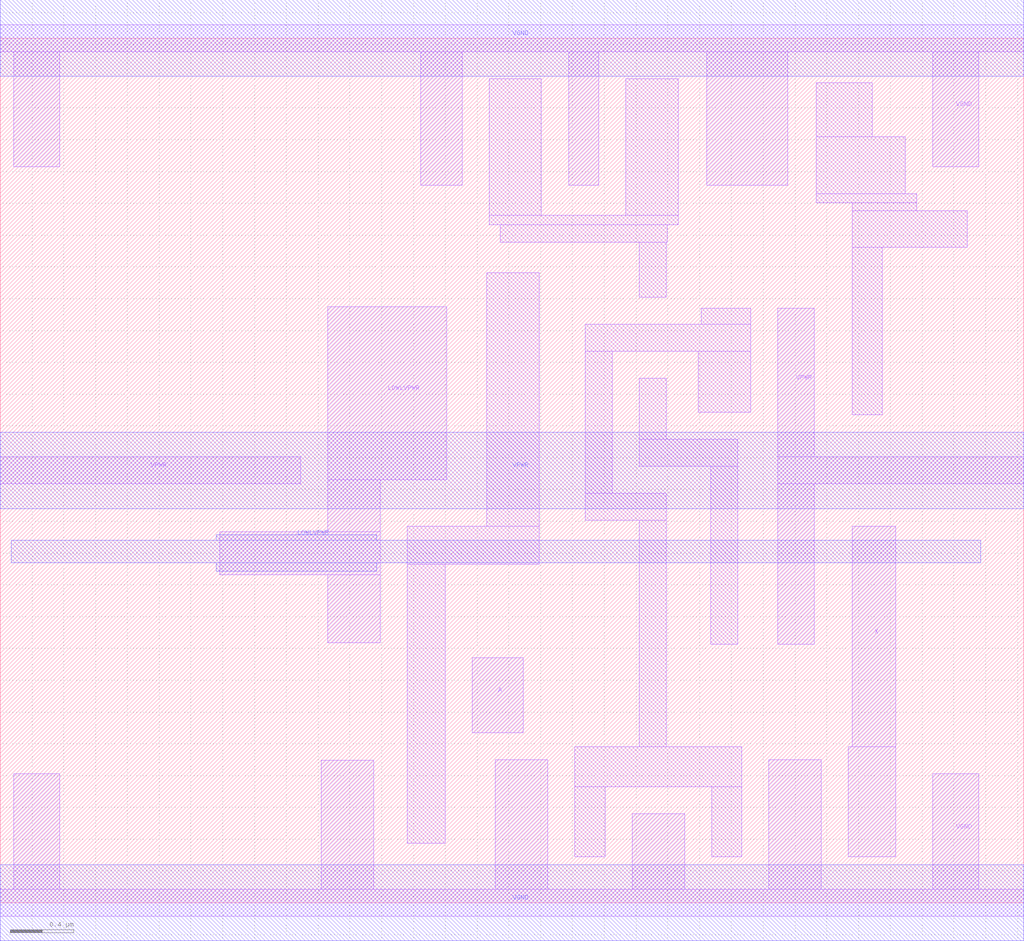
<source format=lef>
# Copyright 2020 The SkyWater PDK Authors
#
# Licensed under the Apache License, Version 2.0 (the "License");
# you may not use this file except in compliance with the License.
# You may obtain a copy of the License at
#
#     https://www.apache.org/licenses/LICENSE-2.0
#
# Unless required by applicable law or agreed to in writing, software
# distributed under the License is distributed on an "AS IS" BASIS,
# WITHOUT WARRANTIES OR CONDITIONS OF ANY KIND, either express or implied.
# See the License for the specific language governing permissions and
# limitations under the License.
#
# SPDX-License-Identifier: Apache-2.0

VERSION 5.5 ;
NAMESCASESENSITIVE ON ;
BUSBITCHARS "[]" ;
DIVIDERCHAR "/" ;
MACRO sky130_fd_sc_hd__lpflow_lsbuf_lh_isowell_tap_1
  CLASS CORE WELLTAP ;
  SOURCE USER ;
  ORIGIN  0.000000  0.000000 ;
  SIZE  6.440000 BY  5.440000 ;
  SYMMETRY X Y R90 ;
  SITE unithddbl ;
  PIN A
    ANTENNAGATEAREA  0.603000 ;
    DIRECTION INPUT ;
    USE SIGNAL ;
    PORT
      LAYER li1 ;
        RECT 2.970000 1.070000 3.290000 1.540000 ;
    END
  END A
  PIN X
    ANTENNADIFFAREA  0.402500 ;
    DIRECTION OUTPUT ;
    USE SIGNAL ;
    PORT
      LAYER li1 ;
        RECT 5.335000 0.290000 5.635000 0.980000 ;
        RECT 5.360000 0.980000 5.635000 2.370000 ;
    END
  END X
  PIN LOWLVPWR
    DIRECTION INOUT ;
    SHAPE ABUTMENT ;
    USE POWER ;
    PORT
      LAYER li1 ;
        RECT 1.380000 2.065000 2.390000 2.335000 ;
        RECT 2.060000 1.635000 2.390000 2.065000 ;
        RECT 2.060000 2.335000 2.390000 2.660000 ;
        RECT 2.060000 2.660000 2.810000 3.750000 ;
    END
    PORT
      LAYER met1 ;
        RECT 0.070000 2.140000 6.170000 2.280000 ;
        RECT 1.360000 2.085000 2.370000 2.140000 ;
        RECT 1.360000 2.280000 2.370000 2.315000 ;
    END
  END LOWLVPWR
  PIN VGND
    DIRECTION INOUT ;
    SHAPE ABUTMENT ;
    USE GROUND ;
    PORT
      LAYER li1 ;
        RECT 0.000000 -0.085000 6.440000 0.085000 ;
        RECT 0.085000  0.085000 0.375000 0.810000 ;
        RECT 2.020000  0.085000 2.350000 0.895000 ;
        RECT 3.115000  0.085000 3.445000 0.900000 ;
        RECT 3.975000  0.085000 4.305000 0.560000 ;
        RECT 4.835000  0.085000 5.165000 0.900000 ;
        RECT 5.865000  0.085000 6.155000 0.810000 ;
    END
    PORT
      LAYER li1 ;
        RECT 0.000000 5.355000 6.440000 5.525000 ;
        RECT 0.085000 4.630000 0.375000 5.355000 ;
        RECT 2.645000 4.515000 2.905000 5.355000 ;
        RECT 3.575000 4.515000 3.765000 5.355000 ;
        RECT 4.445000 4.515000 4.955000 5.355000 ;
        RECT 5.865000 4.630000 6.155000 5.355000 ;
    END
    PORT
      LAYER met1 ;
        RECT 0.000000 -0.240000 6.440000 0.240000 ;
    END
    PORT
      LAYER met1 ;
        RECT 0.000000 5.200000 6.440000 5.680000 ;
    END
  END VGND
  PIN VNB
    DIRECTION INOUT ;
    USE GROUND ;
    PORT
    END
  END VNB
  PIN VPB
    DIRECTION INOUT ;
    USE POWER ;
    PORT
    END
  END VPB
  PIN VPWR
    DIRECTION INOUT ;
    SHAPE ABUTMENT ;
    USE POWER ;
    PORT
      LAYER li1 ;
        RECT 0.000000 2.635000 1.890000 2.805000 ;
    END
    PORT
      LAYER li1 ;
        RECT 4.890000 1.625000 5.120000 2.635000 ;
        RECT 4.890000 2.635000 6.440000 2.805000 ;
        RECT 4.890000 2.805000 5.120000 3.740000 ;
    END
    PORT
      LAYER met1 ;
        RECT 0.000000 2.480000 6.440000 2.960000 ;
    END
  END VPWR
  OBS
    LAYER li1 ;
      RECT 2.560000 0.375000 2.800000 2.130000 ;
      RECT 2.560000 2.130000 3.390000 2.370000 ;
      RECT 3.060000 2.370000 3.390000 3.965000 ;
      RECT 3.075000 4.265000 4.265000 4.325000 ;
      RECT 3.075000 4.325000 3.405000 5.185000 ;
      RECT 3.145000 4.155000 4.195000 4.265000 ;
      RECT 3.615000 0.290000 3.805000 0.730000 ;
      RECT 3.615000 0.730000 4.665000 0.980000 ;
      RECT 3.680000 2.405000 4.190000 2.575000 ;
      RECT 3.680000 2.575000 3.850000 3.470000 ;
      RECT 3.680000 3.470000 4.720000 3.640000 ;
      RECT 3.935000 4.325000 4.265000 5.185000 ;
      RECT 4.020000 0.980000 4.190000 2.405000 ;
      RECT 4.020000 2.745000 4.640000 2.915000 ;
      RECT 4.020000 2.915000 4.190000 3.300000 ;
      RECT 4.020000 3.810000 4.190000 4.155000 ;
      RECT 4.390000 3.085000 4.720000 3.470000 ;
      RECT 4.410000 3.640000 4.720000 3.740000 ;
      RECT 4.470000 1.625000 4.640000 2.745000 ;
      RECT 4.475000 0.290000 4.665000 0.730000 ;
      RECT 5.135000 4.405000 5.765000 4.460000 ;
      RECT 5.135000 4.460000 5.695000 4.820000 ;
      RECT 5.135000 4.820000 5.485000 5.160000 ;
      RECT 5.360000 3.070000 5.550000 4.125000 ;
      RECT 5.360000 4.125000 6.085000 4.355000 ;
      RECT 5.360000 4.355000 5.765000 4.405000 ;
  END
END sky130_fd_sc_hd__lpflow_lsbuf_lh_isowell_tap_1
END LIBRARY

</source>
